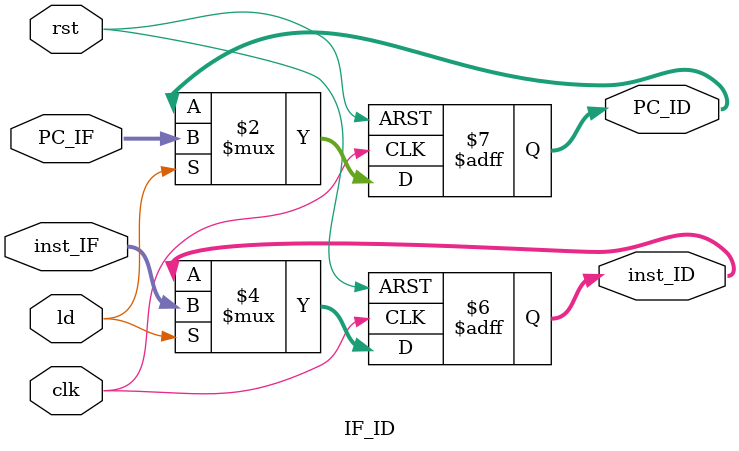
<source format=v>
module IF_ID(input clk,rst,ld,input[31:0] inst_IF,PC_IF,output reg[31:0]inst_ID,PC_ID);
always@(posedge clk,posedge rst)begin
    if(rst)begin
        inst_ID<=31'd0;
        PC_ID<=31'd0;
    end
    else if(ld) begin
        inst_ID<=inst_IF;
        PC_ID<=PC_IF;
    end
end
endmodule
</source>
